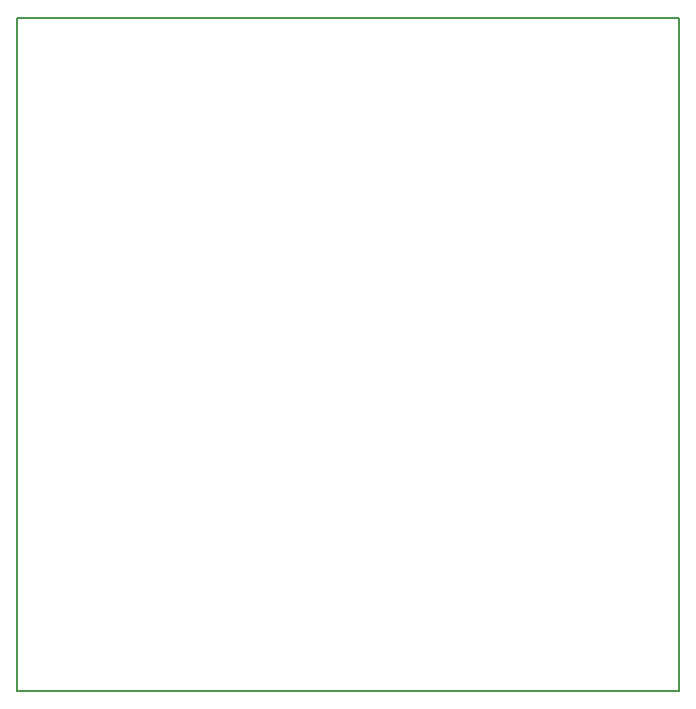
<source format=gbr>
G04 #@! TF.GenerationSoftware,KiCad,Pcbnew,5.0.2*
G04 #@! TF.CreationDate,2019-08-26T11:15:14-03:00*
G04 #@! TF.ProjectId,iceCubeNomeFeio,69636543-7562-4654-9e6f-6d654665696f,rev?*
G04 #@! TF.SameCoordinates,Original*
G04 #@! TF.FileFunction,Profile,NP*
%FSLAX46Y46*%
G04 Gerber Fmt 4.6, Leading zero omitted, Abs format (unit mm)*
G04 Created by KiCad (PCBNEW 5.0.2) date seg 26 ago 2019 11:15:14 -03*
%MOMM*%
%LPD*%
G01*
G04 APERTURE LIST*
%ADD10C,0.150000*%
G04 APERTURE END LIST*
D10*
X116500000Y-121500000D02*
X172500000Y-121500000D01*
X116500000Y-121500000D02*
X116500000Y-64500000D01*
X172500000Y-121500000D02*
X172500000Y-64500000D01*
X172500000Y-64500000D02*
X116500000Y-64500000D01*
M02*

</source>
